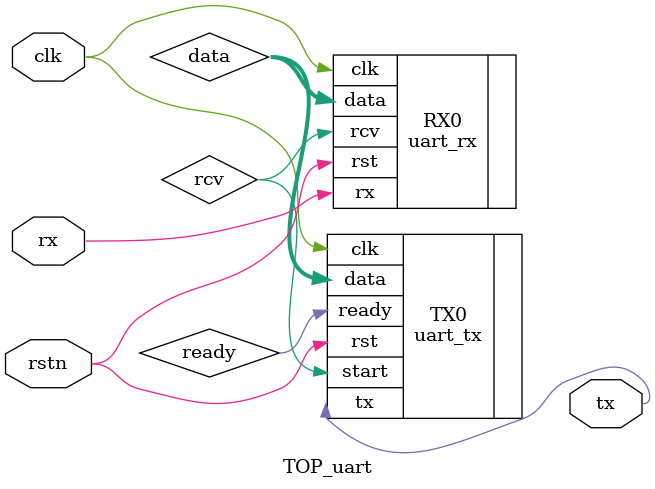
<source format=sv>

module TOP_uart #( parameter BAUDRATE = (125000000/115200))(
    input wire clk, 
    input wire rstn,        
    input wire rx,          
         
    output wire tx
);


wire       rcv;
wire       ready;
wire [7:0] data;


uart_rx #(.BAUDRATE(BAUDRATE))  RX0 (
   .clk(clk),
   .rst(rstn),
   .rx(rx),
   .rcv(rcv),
   .data(data)
);

uart_tx #(.BAUDRATE(BAUDRATE))
  TX0 ( .clk(clk),
         .rst(rstn),
         .start(rcv),
         .data(data),
         .tx(tx),
         .ready(ready)
       );

endmodule
</source>
